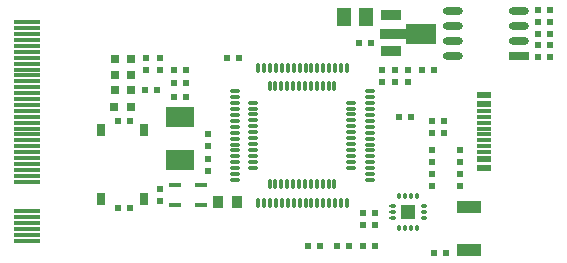
<source format=gtp>
G04*
G04 #@! TF.GenerationSoftware,Altium Limited,Altium Designer,18.1.7 (191)*
G04*
G04 Layer_Color=8421504*
%FSLAX44Y44*%
%MOMM*%
G71*
G01*
G75*
%ADD13R,2.2500X0.3500*%
%ADD14R,0.8000X0.8000*%
%ADD15R,0.6000X0.6000*%
%ADD16R,0.6000X0.6000*%
%ADD17R,2.0000X1.1000*%
%ADD18R,1.7000X0.6500*%
%ADD19O,1.7000X0.6500*%
%ADD20R,2.6000X1.7000*%
%ADD21R,1.7000X0.9000*%
%ADD22R,2.5000X0.9000*%
%ADD23R,1.0000X0.4500*%
%ADD24R,0.2800X0.2800*%
%ADD25O,0.2800X0.6600*%
%ADD26O,0.6600X0.2800*%
%ADD27R,1.2500X1.2500*%
%ADD28R,1.3000X1.5000*%
%ADD29R,1.1500X0.6000*%
%ADD30R,1.1500X0.3000*%
%ADD31R,0.9300X0.9800*%
%ADD32R,0.7000X1.1000*%
G04:AMPARAMS|DCode=33|XSize=0.3mm|YSize=0.8mm|CornerRadius=0.075mm|HoleSize=0mm|Usage=FLASHONLY|Rotation=180.000|XOffset=0mm|YOffset=0mm|HoleType=Round|Shape=RoundedRectangle|*
%AMROUNDEDRECTD33*
21,1,0.3000,0.6500,0,0,180.0*
21,1,0.1500,0.8000,0,0,180.0*
1,1,0.1500,-0.0750,0.3250*
1,1,0.1500,0.0750,0.3250*
1,1,0.1500,0.0750,-0.3250*
1,1,0.1500,-0.0750,-0.3250*
%
%ADD33ROUNDEDRECTD33*%
G04:AMPARAMS|DCode=34|XSize=0.3mm|YSize=0.8mm|CornerRadius=0.075mm|HoleSize=0mm|Usage=FLASHONLY|Rotation=90.000|XOffset=0mm|YOffset=0mm|HoleType=Round|Shape=RoundedRectangle|*
%AMROUNDEDRECTD34*
21,1,0.3000,0.6500,0,0,90.0*
21,1,0.1500,0.8000,0,0,90.0*
1,1,0.1500,0.3250,0.0750*
1,1,0.1500,0.3250,-0.0750*
1,1,0.1500,-0.3250,-0.0750*
1,1,0.1500,-0.3250,0.0750*
%
%ADD34ROUNDEDRECTD34*%
%ADD35R,2.4000X1.7000*%
D13*
X181000Y467500D02*
D03*
Y472500D02*
D03*
Y477500D02*
D03*
Y482500D02*
D03*
Y487500D02*
D03*
Y462500D02*
D03*
Y437500D02*
D03*
Y432500D02*
D03*
Y427500D02*
D03*
Y422500D02*
D03*
Y417500D02*
D03*
Y412500D02*
D03*
Y407500D02*
D03*
Y402500D02*
D03*
Y397500D02*
D03*
Y392500D02*
D03*
Y387500D02*
D03*
Y382500D02*
D03*
Y377500D02*
D03*
Y372500D02*
D03*
Y367500D02*
D03*
Y362500D02*
D03*
Y357500D02*
D03*
Y352500D02*
D03*
Y327500D02*
D03*
Y322500D02*
D03*
Y317500D02*
D03*
Y312500D02*
D03*
Y307500D02*
D03*
Y302500D02*
D03*
Y442500D02*
D03*
Y447500D02*
D03*
Y452500D02*
D03*
Y457500D02*
D03*
D14*
X255300Y443000D02*
D03*
X269300D02*
D03*
X269000Y416000D02*
D03*
X255000D02*
D03*
X269300Y430000D02*
D03*
X255300D02*
D03*
X269300Y456000D02*
D03*
X255300D02*
D03*
D15*
X525920Y292000D02*
D03*
X536080D02*
D03*
X624080Y478000D02*
D03*
X613920D02*
D03*
X624080Y458000D02*
D03*
X613920D02*
D03*
X624080Y498000D02*
D03*
X613920D02*
D03*
Y468000D02*
D03*
X624080D02*
D03*
X613920Y488000D02*
D03*
X624080D02*
D03*
X454080Y298000D02*
D03*
X443920D02*
D03*
X526080Y447000D02*
D03*
X515920D02*
D03*
X495920Y407000D02*
D03*
X506080D02*
D03*
X258420Y404000D02*
D03*
X268580D02*
D03*
X461920Y470000D02*
D03*
X472080D02*
D03*
X476080Y326000D02*
D03*
X465920D02*
D03*
X350920Y457000D02*
D03*
X361080D02*
D03*
X476080Y316000D02*
D03*
X465920D02*
D03*
X316080Y436000D02*
D03*
X305920D02*
D03*
Y424000D02*
D03*
X316080D02*
D03*
Y447000D02*
D03*
X305920D02*
D03*
X280920Y430000D02*
D03*
X291080D02*
D03*
X257920Y330000D02*
D03*
X268080D02*
D03*
X476080Y298000D02*
D03*
X465920D02*
D03*
X429080D02*
D03*
X418920D02*
D03*
D16*
X534000Y393920D02*
D03*
Y404080D02*
D03*
X524000Y393920D02*
D03*
Y404080D02*
D03*
X548000Y359080D02*
D03*
Y348920D02*
D03*
X294000Y335920D02*
D03*
Y346080D02*
D03*
X524000Y379080D02*
D03*
Y368920D02*
D03*
X334000Y361920D02*
D03*
Y372080D02*
D03*
X482000Y447080D02*
D03*
Y436920D02*
D03*
X548000Y368920D02*
D03*
Y379080D02*
D03*
X504000Y447080D02*
D03*
Y436920D02*
D03*
X294000Y446920D02*
D03*
Y457080D02*
D03*
X282000Y446920D02*
D03*
Y457080D02*
D03*
X493000Y447080D02*
D03*
Y436920D02*
D03*
X334000Y382920D02*
D03*
Y393080D02*
D03*
X524000Y348920D02*
D03*
Y359080D02*
D03*
D17*
X555000Y331000D02*
D03*
Y295000D02*
D03*
D18*
X598000Y459000D02*
D03*
D19*
Y471700D02*
D03*
Y484400D02*
D03*
Y497100D02*
D03*
X542000Y459000D02*
D03*
Y471700D02*
D03*
Y484400D02*
D03*
Y497100D02*
D03*
D20*
X515000Y478000D02*
D03*
D21*
X489000Y463000D02*
D03*
Y494000D02*
D03*
D22*
X493000Y478000D02*
D03*
D23*
X306500Y349500D02*
D03*
X328500D02*
D03*
X306500Y333000D02*
D03*
X328500D02*
D03*
D24*
X496500Y342150D02*
D03*
X501500D02*
D03*
X506500D02*
D03*
X511500D02*
D03*
X519150Y332214D02*
D03*
Y327214D02*
D03*
Y322214D02*
D03*
X511500Y311850D02*
D03*
X506500D02*
D03*
X501500D02*
D03*
X496500D02*
D03*
X488850Y321960D02*
D03*
Y326960D02*
D03*
Y331960D02*
D03*
D25*
X496500Y340250D02*
D03*
X501500D02*
D03*
X506500D02*
D03*
X511500D02*
D03*
Y313750D02*
D03*
X506500D02*
D03*
X501500D02*
D03*
X496500D02*
D03*
D26*
X517250Y332214D02*
D03*
Y327214D02*
D03*
Y322214D02*
D03*
X490750Y321960D02*
D03*
Y326960D02*
D03*
Y331960D02*
D03*
D27*
X504000Y327000D02*
D03*
D28*
X449500Y492000D02*
D03*
X468500D02*
D03*
D29*
X568030Y364000D02*
D03*
Y371500D02*
D03*
X568000Y418500D02*
D03*
X568030Y426000D02*
D03*
D30*
Y377500D02*
D03*
Y382500D02*
D03*
Y387500D02*
D03*
Y392500D02*
D03*
X568000Y397500D02*
D03*
X568030Y402500D02*
D03*
Y407500D02*
D03*
Y412500D02*
D03*
D31*
X343300Y335000D02*
D03*
X358700D02*
D03*
D32*
X280500Y337500D02*
D03*
Y396500D02*
D03*
X243500D02*
D03*
Y337500D02*
D03*
D33*
X452000Y448500D02*
D03*
X447000D02*
D03*
X442000D02*
D03*
X437000D02*
D03*
X432000D02*
D03*
X427000D02*
D03*
X422000D02*
D03*
X417000D02*
D03*
X412000D02*
D03*
X407000D02*
D03*
X402000D02*
D03*
X397000D02*
D03*
X392000D02*
D03*
X387000D02*
D03*
X382000D02*
D03*
X377000D02*
D03*
X452000Y334500D02*
D03*
X447000D02*
D03*
X442000D02*
D03*
X437000D02*
D03*
X432000D02*
D03*
X427000D02*
D03*
X422000D02*
D03*
X417000D02*
D03*
X412000D02*
D03*
X407000D02*
D03*
X402000D02*
D03*
X397000D02*
D03*
X392000D02*
D03*
X387000D02*
D03*
X382000D02*
D03*
X377000D02*
D03*
X386500Y350250D02*
D03*
X391500D02*
D03*
X396500D02*
D03*
X401500D02*
D03*
X406500D02*
D03*
X411500D02*
D03*
X416500D02*
D03*
X421500D02*
D03*
X426500D02*
D03*
X431500D02*
D03*
X436500D02*
D03*
X441500D02*
D03*
X386500Y433750D02*
D03*
X391500D02*
D03*
X396500D02*
D03*
X401500D02*
D03*
X406500D02*
D03*
X411500D02*
D03*
X416500D02*
D03*
X421500D02*
D03*
X426500D02*
D03*
X431500D02*
D03*
X436500D02*
D03*
X441500D02*
D03*
D34*
X471500Y354000D02*
D03*
Y359000D02*
D03*
Y364000D02*
D03*
Y369000D02*
D03*
Y374000D02*
D03*
Y379000D02*
D03*
Y384000D02*
D03*
Y389000D02*
D03*
Y394000D02*
D03*
Y399000D02*
D03*
Y404000D02*
D03*
Y409000D02*
D03*
Y414000D02*
D03*
Y419000D02*
D03*
Y424000D02*
D03*
Y429000D02*
D03*
X357080Y354000D02*
D03*
Y359000D02*
D03*
Y364000D02*
D03*
Y369000D02*
D03*
Y374000D02*
D03*
Y379000D02*
D03*
Y384000D02*
D03*
Y389000D02*
D03*
Y394000D02*
D03*
Y399000D02*
D03*
Y404000D02*
D03*
Y409000D02*
D03*
Y414000D02*
D03*
Y419000D02*
D03*
Y424000D02*
D03*
Y429000D02*
D03*
X372250Y419500D02*
D03*
X372250Y414500D02*
D03*
X372250Y409500D02*
D03*
X372250Y404500D02*
D03*
Y399500D02*
D03*
Y394500D02*
D03*
Y389500D02*
D03*
Y384500D02*
D03*
X372250Y379500D02*
D03*
X372250Y374500D02*
D03*
Y369500D02*
D03*
Y364500D02*
D03*
X455750Y419500D02*
D03*
Y414500D02*
D03*
Y409500D02*
D03*
Y404500D02*
D03*
Y399500D02*
D03*
Y394500D02*
D03*
Y389500D02*
D03*
Y384500D02*
D03*
Y379500D02*
D03*
Y374500D02*
D03*
Y369500D02*
D03*
Y364500D02*
D03*
D35*
X310600Y407500D02*
D03*
Y370500D02*
D03*
M02*

</source>
